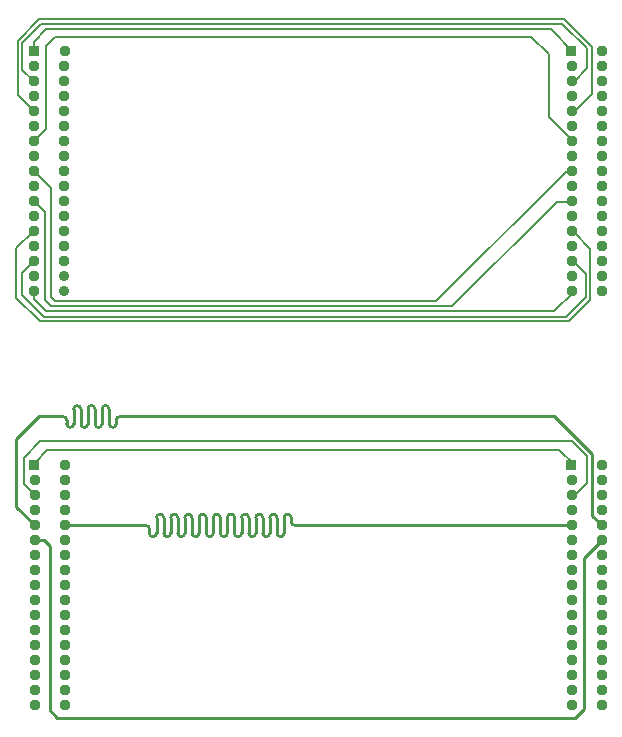
<source format=gbr>
%TF.GenerationSoftware,KiCad,Pcbnew,7.0.7*%
%TF.CreationDate,2023-09-14T17:32:11-04:00*%
%TF.ProjectId,Temps_North_DCT_HSK,54656d70-735f-44e6-9f72-74685f444354,B*%
%TF.SameCoordinates,Original*%
%TF.FileFunction,Copper,L1,Top*%
%TF.FilePolarity,Positive*%
%FSLAX46Y46*%
G04 Gerber Fmt 4.6, Leading zero omitted, Abs format (unit mm)*
G04 Created by KiCad (PCBNEW 7.0.7) date 2023-09-14 17:32:11*
%MOMM*%
%LPD*%
G01*
G04 APERTURE LIST*
%TA.AperFunction,ComponentPad*%
%ADD10R,0.940800X0.940800*%
%TD*%
%TA.AperFunction,ComponentPad*%
%ADD11C,0.940800*%
%TD*%
%TA.AperFunction,ComponentPad*%
%ADD12C,0.890000*%
%TD*%
%TA.AperFunction,Conductor*%
%ADD13C,0.250000*%
%TD*%
%TA.AperFunction,Conductor*%
%ADD14C,0.200000*%
%TD*%
G04 APERTURE END LIST*
D10*
%TO.P,J2,1,Pin_1*%
%TO.N,/TD2_1*%
X104256840Y-89916000D03*
D11*
%TO.P,J2,2,Pin_2*%
%TO.N,/TD2_2*%
X106817160Y-89916000D03*
%TO.P,J2,3,Pin_3*%
%TO.N,unconnected-(J2-Pin_3-Pad3)*%
X104267000Y-91186000D03*
%TO.P,J2,4,Pin_4*%
%TO.N,unconnected-(J2-Pin_4-Pad4)*%
X106807000Y-91186000D03*
%TO.P,J2,5,Pin_5*%
%TO.N,/TD2_5*%
X104267000Y-92456000D03*
%TO.P,J2,6,Pin_6*%
%TO.N,/TD2_6*%
X106807000Y-92456000D03*
%TO.P,J2,7,Pin_7*%
%TO.N,unconnected-(J2-Pin_7-Pad7)*%
X104267000Y-93726000D03*
%TO.P,J2,8,Pin_8*%
%TO.N,unconnected-(J2-Pin_8-Pad8)*%
X106807000Y-93726000D03*
%TO.P,J2,9,Pin_9*%
%TO.N,/TD2_9*%
X104267000Y-94996000D03*
%TO.P,J2,10,Pin_10*%
%TO.N,/TD2_10*%
X106807000Y-94996000D03*
%TO.P,J2,11,Pin_11*%
%TO.N,/TD2_11*%
X104267000Y-96266000D03*
%TO.P,J2,12,Pin_12*%
%TO.N,unconnected-(J2-Pin_12-Pad12)*%
X106807000Y-96266000D03*
%TO.P,J2,13,Pin_13*%
%TO.N,unconnected-(J2-Pin_13-Pad13)*%
X104267000Y-97536000D03*
%TO.P,J2,14,Pin_14*%
%TO.N,unconnected-(J2-Pin_14-Pad14)*%
X106807000Y-97536000D03*
%TO.P,J2,15,Pin_15*%
%TO.N,unconnected-(J2-Pin_15-Pad15)*%
X104267000Y-98806000D03*
%TO.P,J2,16,Pin_16*%
%TO.N,unconnected-(J2-Pin_16-Pad16)*%
X106807000Y-98806000D03*
%TO.P,J2,17,Pin_17*%
%TO.N,unconnected-(J2-Pin_17-Pad17)*%
X104267000Y-100076000D03*
%TO.P,J2,18,Pin_18*%
%TO.N,unconnected-(J2-Pin_18-Pad18)*%
X106807000Y-100076000D03*
%TO.P,J2,19,Pin_19*%
%TO.N,unconnected-(J2-Pin_19-Pad19)*%
X104267000Y-101346000D03*
%TO.P,J2,20,Pin_20*%
%TO.N,unconnected-(J2-Pin_20-Pad20)*%
X106807000Y-101346000D03*
%TO.P,J2,21,Pin_21*%
%TO.N,unconnected-(J2-Pin_21-Pad21)*%
X104267000Y-102616000D03*
%TO.P,J2,22,Pin_22*%
%TO.N,unconnected-(J2-Pin_22-Pad22)*%
X106807000Y-102616000D03*
%TO.P,J2,23,Pin_23*%
%TO.N,unconnected-(J2-Pin_23-Pad23)*%
X104267000Y-103886000D03*
%TO.P,J2,24,Pin_24*%
%TO.N,unconnected-(J2-Pin_24-Pad24)*%
X106807000Y-103886000D03*
%TO.P,J2,25,Pin_25*%
%TO.N,unconnected-(J2-Pin_25-Pad25)*%
X104267000Y-105156000D03*
%TO.P,J2,26,Pin_26*%
%TO.N,unconnected-(J2-Pin_26-Pad26)*%
X106807000Y-105156000D03*
%TO.P,J2,27,Pin_27*%
%TO.N,unconnected-(J2-Pin_27-Pad27)*%
X104267000Y-106426000D03*
%TO.P,J2,28,Pin_28*%
%TO.N,unconnected-(J2-Pin_28-Pad28)*%
X106807000Y-106426000D03*
%TO.P,J2,29,Pin_29*%
%TO.N,unconnected-(J2-Pin_29-Pad29)*%
X104267000Y-107696000D03*
%TO.P,J2,30,Pin_30*%
%TO.N,unconnected-(J2-Pin_30-Pad30)*%
X106807000Y-107696000D03*
%TO.P,J2,31,Pin_31*%
%TO.N,unconnected-(J2-Pin_31-Pad31)*%
X104267000Y-108966000D03*
%TO.P,J2,32,Pin_32*%
%TO.N,unconnected-(J2-Pin_32-Pad32)*%
X106807000Y-108966000D03*
%TO.P,J2,33,Pin_33*%
%TO.N,unconnected-(J2-Pin_33-Pad33)*%
X104267000Y-110236000D03*
%TO.P,J2,34,Pin_34*%
%TO.N,unconnected-(J2-Pin_34-Pad34)*%
X106807000Y-110236000D03*
%TD*%
D10*
%TO.P,J3,1,Pin_1*%
%TO.N,/TD1_1+*%
X149722840Y-54838600D03*
D11*
%TO.P,J3,2,Pin_2*%
%TO.N,/TD1_1-*%
X152283160Y-54838600D03*
%TO.P,J3,3,Pin_3*%
%TO.N,unconnected-(J3-Pin_3-Pad3)*%
X149733000Y-56108600D03*
%TO.P,J3,4,Pin_4*%
%TO.N,unconnected-(J3-Pin_4-Pad4)*%
X152273000Y-56108600D03*
%TO.P,J3,5,Pin_5*%
%TO.N,/TD1_5*%
X149733000Y-57378600D03*
%TO.P,J3,6,Pin_6*%
%TO.N,/TD1_6*%
X152273000Y-57378600D03*
%TO.P,J3,7,Pin_7*%
%TO.N,unconnected-(J3-Pin_7-Pad7)*%
X149733000Y-58648600D03*
%TO.P,J3,8,Pin_8*%
%TO.N,unconnected-(J3-Pin_8-Pad8)*%
X152273000Y-58648600D03*
%TO.P,J3,9,Pin_9*%
%TO.N,/TD1_9*%
X149733000Y-59918600D03*
%TO.P,J3,10,Pin_10*%
%TO.N,/TD1_10*%
X152273000Y-59918600D03*
%TO.P,J3,11,Pin_11*%
%TO.N,unconnected-(J3-Pin_11-Pad11)*%
X149733000Y-61188600D03*
%TO.P,J3,12,Pin_12*%
%TO.N,unconnected-(J3-Pin_12-Pad12)*%
X152273000Y-61188600D03*
%TO.P,J3,13,Pin_13*%
%TO.N,/TD1_13*%
X149733000Y-62458600D03*
%TO.P,J3,14,Pin_14*%
%TO.N,/TD1_14*%
X152273000Y-62458600D03*
%TO.P,J3,15,Pin_15*%
%TO.N,unconnected-(J3-Pin_15-Pad15)*%
X149733000Y-63728600D03*
%TO.P,J3,16,Pin_16*%
%TO.N,unconnected-(J3-Pin_16-Pad16)*%
X152273000Y-63728600D03*
%TO.P,J3,17,Pin_17*%
%TO.N,/TD1_17*%
X149733000Y-64998600D03*
%TO.P,J3,18,Pin_18*%
%TO.N,/TD1_18*%
X152273000Y-64998600D03*
%TO.P,J3,19,Pin_19*%
%TO.N,unconnected-(J3-Pin_19-Pad19)*%
X149733000Y-66268600D03*
%TO.P,J3,20,Pin_20*%
%TO.N,unconnected-(J3-Pin_20-Pad20)*%
X152273000Y-66268600D03*
%TO.P,J3,21,Pin_21*%
%TO.N,/TD1_21*%
X149733000Y-67538600D03*
%TO.P,J3,22,Pin_22*%
%TO.N,/TD1_22*%
X152273000Y-67538600D03*
%TO.P,J3,23,Pin_23*%
%TO.N,unconnected-(J3-Pin_23-Pad23)*%
X149733000Y-68808600D03*
%TO.P,J3,24,Pin_24*%
%TO.N,unconnected-(J3-Pin_24-Pad24)*%
X152273000Y-68808600D03*
%TO.P,J3,25,Pin_25*%
%TO.N,/TD1_25*%
X149733000Y-70078600D03*
%TO.P,J3,26,Pin_26*%
%TO.N,/TD1_26*%
X152273000Y-70078600D03*
%TO.P,J3,27,Pin_27*%
%TO.N,unconnected-(J3-Pin_27-Pad27)*%
X149733000Y-71348600D03*
%TO.P,J3,28,Pin_28*%
%TO.N,unconnected-(J3-Pin_28-Pad28)*%
X152273000Y-71348600D03*
%TO.P,J3,29,Pin_29*%
%TO.N,/TD1_29*%
X149733000Y-72618600D03*
%TO.P,J3,30,Pin_30*%
%TO.N,/TD1_30*%
X152273000Y-72618600D03*
%TO.P,J3,31,Pin_31*%
%TO.N,unconnected-(J3-Pin_31-Pad31)*%
X149733000Y-73888600D03*
%TO.P,J3,32,Pin_32*%
%TO.N,unconnected-(J3-Pin_32-Pad32)*%
X152273000Y-73888600D03*
%TO.P,J3,33,Pin_33*%
%TO.N,/TD1_33*%
X149733000Y-75158600D03*
%TO.P,J3,34,Pin_34*%
%TO.N,/TD1_34*%
X152273000Y-75158600D03*
%TD*%
D10*
%TO.P,J4,1,Pin_1*%
%TO.N,/TD2_1*%
X149722840Y-89916000D03*
D11*
%TO.P,J4,2,Pin_2*%
%TO.N,/TD2_2*%
X152283160Y-89916000D03*
%TO.P,J4,3,Pin_3*%
%TO.N,unconnected-(J4-Pin_3-Pad3)*%
X149733000Y-91186000D03*
%TO.P,J4,4,Pin_4*%
%TO.N,unconnected-(J4-Pin_4-Pad4)*%
X152273000Y-91186000D03*
%TO.P,J4,5,Pin_5*%
%TO.N,/TD2_5*%
X149733000Y-92456000D03*
%TO.P,J4,6,Pin_6*%
%TO.N,/TD2_6*%
X152273000Y-92456000D03*
%TO.P,J4,7,Pin_7*%
%TO.N,unconnected-(J4-Pin_7-Pad7)*%
X149733000Y-93726000D03*
%TO.P,J4,8,Pin_8*%
%TO.N,unconnected-(J4-Pin_8-Pad8)*%
X152273000Y-93726000D03*
%TO.P,J4,9,Pin_9*%
%TO.N,/TD2_10*%
X149733000Y-94996000D03*
%TO.P,J4,10,Pin_10*%
%TO.N,/TD2_9*%
X152273000Y-94996000D03*
%TO.P,J4,11,Pin_11*%
%TO.N,unconnected-(J4-Pin_11-Pad11)*%
X149733000Y-96266000D03*
%TO.P,J4,12,Pin_12*%
%TO.N,/TD2_11*%
X152273000Y-96266000D03*
%TO.P,J4,13,Pin_13*%
%TO.N,unconnected-(J4-Pin_13-Pad13)*%
X149733000Y-97536000D03*
%TO.P,J4,14,Pin_14*%
%TO.N,unconnected-(J4-Pin_14-Pad14)*%
X152273000Y-97536000D03*
%TO.P,J4,15,Pin_15*%
%TO.N,unconnected-(J4-Pin_15-Pad15)*%
X149733000Y-98806000D03*
%TO.P,J4,16,Pin_16*%
%TO.N,unconnected-(J4-Pin_16-Pad16)*%
X152273000Y-98806000D03*
%TO.P,J4,17,Pin_17*%
%TO.N,unconnected-(J4-Pin_17-Pad17)*%
X149733000Y-100076000D03*
%TO.P,J4,18,Pin_18*%
%TO.N,unconnected-(J4-Pin_18-Pad18)*%
X152273000Y-100076000D03*
%TO.P,J4,19,Pin_19*%
%TO.N,unconnected-(J4-Pin_19-Pad19)*%
X149733000Y-101346000D03*
%TO.P,J4,20,Pin_20*%
%TO.N,unconnected-(J4-Pin_20-Pad20)*%
X152273000Y-101346000D03*
%TO.P,J4,21,Pin_21*%
%TO.N,unconnected-(J4-Pin_21-Pad21)*%
X149733000Y-102616000D03*
%TO.P,J4,22,Pin_22*%
%TO.N,unconnected-(J4-Pin_22-Pad22)*%
X152273000Y-102616000D03*
%TO.P,J4,23,Pin_23*%
%TO.N,unconnected-(J4-Pin_23-Pad23)*%
X149733000Y-103886000D03*
%TO.P,J4,24,Pin_24*%
%TO.N,unconnected-(J4-Pin_24-Pad24)*%
X152273000Y-103886000D03*
%TO.P,J4,25,Pin_25*%
%TO.N,unconnected-(J4-Pin_25-Pad25)*%
X149733000Y-105156000D03*
%TO.P,J4,26,Pin_26*%
%TO.N,unconnected-(J4-Pin_26-Pad26)*%
X152273000Y-105156000D03*
%TO.P,J4,27,Pin_27*%
%TO.N,unconnected-(J4-Pin_27-Pad27)*%
X149733000Y-106426000D03*
%TO.P,J4,28,Pin_28*%
%TO.N,unconnected-(J4-Pin_28-Pad28)*%
X152273000Y-106426000D03*
%TO.P,J4,29,Pin_29*%
%TO.N,unconnected-(J4-Pin_29-Pad29)*%
X149733000Y-107696000D03*
%TO.P,J4,30,Pin_30*%
%TO.N,unconnected-(J4-Pin_30-Pad30)*%
X152273000Y-107696000D03*
%TO.P,J4,31,Pin_31*%
%TO.N,unconnected-(J4-Pin_31-Pad31)*%
X149733000Y-108966000D03*
%TO.P,J4,32,Pin_32*%
%TO.N,unconnected-(J4-Pin_32-Pad32)*%
X152273000Y-108966000D03*
%TO.P,J4,33,Pin_33*%
%TO.N,unconnected-(J4-Pin_33-Pad33)*%
X149733000Y-110236000D03*
%TO.P,J4,34,Pin_34*%
%TO.N,unconnected-(J4-Pin_34-Pad34)*%
X152273000Y-110236000D03*
%TD*%
D10*
%TO.P,J1,1,Pin_1*%
%TO.N,/TD1_1+*%
X104241600Y-54838600D03*
D11*
%TO.P,J1,2,Pin_2*%
%TO.N,/TD1_1-*%
X106801920Y-54838600D03*
%TO.P,J1,3,Pin_3*%
%TO.N,unconnected-(J1-Pin_3-Pad3)*%
X104251760Y-56108600D03*
%TO.P,J1,4,Pin_4*%
%TO.N,unconnected-(J1-Pin_4-Pad4)*%
X106791760Y-56108600D03*
%TO.P,J1,5,Pin_5*%
%TO.N,/TD1_5*%
X104251760Y-57378600D03*
%TO.P,J1,6,Pin_6*%
%TO.N,/TD1_6*%
X106791760Y-57378600D03*
%TO.P,J1,7,Pin_7*%
%TO.N,unconnected-(J1-Pin_7-Pad7)*%
X104251760Y-58648600D03*
%TO.P,J1,8,Pin_8*%
%TO.N,unconnected-(J1-Pin_8-Pad8)*%
X106791760Y-58648600D03*
%TO.P,J1,9,Pin_9*%
%TO.N,/TD1_9*%
X104251760Y-59918600D03*
%TO.P,J1,10,Pin_10*%
%TO.N,/TD1_10*%
X106791760Y-59918600D03*
%TO.P,J1,11,Pin_11*%
%TO.N,unconnected-(J1-Pin_11-Pad11)*%
X104251760Y-61188600D03*
%TO.P,J1,12,Pin_12*%
%TO.N,unconnected-(J1-Pin_12-Pad12)*%
X106791760Y-61188600D03*
%TO.P,J1,13,Pin_13*%
%TO.N,/TD1_13*%
X104251760Y-62458600D03*
%TO.P,J1,14,Pin_14*%
%TO.N,/TD1_14*%
X106791760Y-62458600D03*
%TO.P,J1,15,Pin_15*%
%TO.N,unconnected-(J1-Pin_15-Pad15)*%
X104251760Y-63728600D03*
%TO.P,J1,16,Pin_16*%
%TO.N,unconnected-(J1-Pin_16-Pad16)*%
X106791760Y-63728600D03*
%TO.P,J1,17,Pin_17*%
%TO.N,/TD1_17*%
X104251760Y-64998600D03*
%TO.P,J1,18,Pin_18*%
%TO.N,/TD1_18*%
X106791760Y-64998600D03*
%TO.P,J1,19,Pin_19*%
%TO.N,unconnected-(J1-Pin_19-Pad19)*%
X104251760Y-66268600D03*
%TO.P,J1,20,Pin_20*%
%TO.N,unconnected-(J1-Pin_20-Pad20)*%
X106791760Y-66268600D03*
%TO.P,J1,21,Pin_21*%
%TO.N,/TD1_21*%
X104251760Y-67538600D03*
%TO.P,J1,22,Pin_22*%
%TO.N,/TD1_22*%
X106791760Y-67538600D03*
%TO.P,J1,23,Pin_23*%
%TO.N,unconnected-(J1-Pin_23-Pad23)*%
X104251760Y-68808600D03*
%TO.P,J1,24,Pin_24*%
%TO.N,unconnected-(J1-Pin_24-Pad24)*%
X106791760Y-68808600D03*
%TO.P,J1,25,Pin_25*%
%TO.N,/TD1_25*%
X104251760Y-70078600D03*
%TO.P,J1,26,Pin_26*%
%TO.N,/TD1_26*%
X106791760Y-70078600D03*
%TO.P,J1,27,Pin_27*%
%TO.N,unconnected-(J1-Pin_27-Pad27)*%
X104251760Y-71348600D03*
%TO.P,J1,28,Pin_28*%
%TO.N,unconnected-(J1-Pin_28-Pad28)*%
X106791760Y-71348600D03*
%TO.P,J1,29,Pin_29*%
%TO.N,/TD1_29*%
X104251760Y-72618600D03*
%TO.P,J1,30,Pin_30*%
%TO.N,/TD1_30*%
X106791760Y-72618600D03*
%TO.P,J1,31,Pin_31*%
%TO.N,unconnected-(J1-Pin_31-Pad31)*%
X104251760Y-73888600D03*
D12*
%TO.P,J1,32,Pin_32*%
%TO.N,unconnected-(J1-Pin_32-Pad32)*%
X106791760Y-73888600D03*
D11*
%TO.P,J1,33,Pin_33*%
%TO.N,/TD1_33*%
X104251760Y-75158600D03*
D12*
%TO.P,J1,34,Pin_34*%
%TO.N,/TD1_34*%
X106791760Y-75158600D03*
%TD*%
D13*
%TO.N,/TD2_9*%
X109380000Y-85147849D02*
X109380000Y-85775800D01*
X108780000Y-85775800D02*
X108780000Y-85147849D01*
X108780000Y-86403751D02*
X108780000Y-85775800D01*
X108180000Y-85147849D02*
X108180000Y-85775800D01*
X108480000Y-86703800D02*
G75*
G03*
X108780000Y-86403751I0J300000D01*
G01*
X107580000Y-86075800D02*
X107580000Y-85147849D01*
X110880000Y-86703700D02*
G75*
G03*
X111180000Y-86403750I0J300000D01*
G01*
X107580000Y-86403757D02*
X107580000Y-86075800D01*
X106980000Y-86075800D02*
X106980000Y-86403757D01*
X111480000Y-85775800D02*
G75*
G03*
X111180000Y-86075800I0J-300000D01*
G01*
X102717600Y-87680800D02*
X104622600Y-85775800D01*
X108180049Y-86403751D02*
G75*
G03*
X108480000Y-86703751I299951J-49D01*
G01*
X109080000Y-84847800D02*
G75*
G03*
X108780000Y-85147849I0J-300000D01*
G01*
X104267000Y-94996000D02*
X102717600Y-93446600D01*
X106980000Y-86075800D02*
G75*
G03*
X106680000Y-85775800I-300000J0D01*
G01*
X108180000Y-85775800D02*
X108180000Y-86403751D01*
X107280000Y-86703800D02*
G75*
G03*
X107580000Y-86403757I0J300000D01*
G01*
X108179951Y-85147849D02*
G75*
G03*
X107880000Y-84847849I-299951J49D01*
G01*
X110579951Y-85147849D02*
G75*
G03*
X110280000Y-84847849I-299951J49D01*
G01*
X107880000Y-84847800D02*
G75*
G03*
X107580000Y-85147849I0J-300000D01*
G01*
X102717600Y-93446600D02*
X102717600Y-87680800D01*
X109379951Y-85147849D02*
G75*
G03*
X109080000Y-84847849I-299951J49D01*
G01*
X106980043Y-86403757D02*
G75*
G03*
X107280000Y-86703757I299957J-43D01*
G01*
X109379950Y-86403750D02*
G75*
G03*
X109680000Y-86703750I300050J50D01*
G01*
X110579950Y-86403750D02*
G75*
G03*
X110880000Y-86703750I300050J50D01*
G01*
X109680000Y-86703700D02*
G75*
G03*
X109980000Y-86403750I0J300000D01*
G01*
X109380000Y-85775800D02*
X109380000Y-86403750D01*
X104622600Y-85775800D02*
X106680000Y-85775800D01*
X110280000Y-84847800D02*
G75*
G03*
X109980000Y-85147849I0J-300000D01*
G01*
X109980000Y-86403750D02*
X109980000Y-85775800D01*
X109980000Y-85775800D02*
X109980000Y-85147849D01*
X151455280Y-88973480D02*
X151455280Y-94178280D01*
X110580000Y-85147849D02*
X110580000Y-85775800D01*
X110580000Y-85775800D02*
X110580000Y-86403750D01*
X111180000Y-86403750D02*
X111180000Y-86075800D01*
X111480000Y-85775800D02*
X115542518Y-85775800D01*
X115542518Y-85775800D02*
X148257600Y-85775800D01*
X148257600Y-85775800D02*
X151455280Y-88973480D01*
X151455280Y-94178280D02*
X152273000Y-94996000D01*
%TO.N,/TD2_10*%
X118790400Y-94331445D02*
X118790400Y-94996000D01*
X117590400Y-94331433D02*
X117590400Y-94996000D01*
X116990400Y-95660567D02*
X116990400Y-94996000D01*
X116390400Y-94996000D02*
X116390400Y-95660567D01*
X113990400Y-95296000D02*
X113990400Y-95660567D01*
X121190355Y-94331445D02*
G75*
G03*
X120890400Y-94031445I-299955J45D01*
G01*
X116390400Y-94331433D02*
X116390400Y-94996000D01*
X125690400Y-94031500D02*
G75*
G03*
X125390400Y-94331450I0J-300000D01*
G01*
X115790400Y-94996000D02*
X115790400Y-94331433D01*
X119690400Y-94031400D02*
G75*
G03*
X119390400Y-94331445I0J-300000D01*
G01*
X115190400Y-94331433D02*
X115190400Y-94996000D01*
X114590400Y-95660567D02*
X114590400Y-95296000D01*
X106807000Y-94996000D02*
X113690400Y-94996000D01*
X125990400Y-94696000D02*
G75*
G03*
X126290400Y-94996000I300000J0D01*
G01*
X125990450Y-94331450D02*
G75*
G03*
X125690400Y-94031450I-300050J-50D01*
G01*
X124790445Y-95660555D02*
G75*
G03*
X125090400Y-95960555I299955J-45D01*
G01*
X114290400Y-95960600D02*
G75*
G03*
X114590400Y-95660567I0J300000D01*
G01*
X116390433Y-95660567D02*
G75*
G03*
X116690400Y-95960567I299967J-33D01*
G01*
X121790400Y-95660555D02*
X121790400Y-94996000D01*
X124790355Y-94331445D02*
G75*
G03*
X124490400Y-94031445I-299955J45D01*
G01*
X123590400Y-94331445D02*
X123590400Y-94996000D01*
X123290400Y-94031400D02*
G75*
G03*
X122990400Y-94331445I0J-300000D01*
G01*
X122690400Y-95960600D02*
G75*
G03*
X122990400Y-95660555I0J300000D01*
G01*
X122390445Y-95660555D02*
G75*
G03*
X122690400Y-95960555I299955J-45D01*
G01*
X116990400Y-94996000D02*
X116990400Y-94331433D01*
X117290400Y-94031400D02*
G75*
G03*
X116990400Y-94331433I0J-300000D01*
G01*
X116390367Y-94331433D02*
G75*
G03*
X116090400Y-94031433I-299967J33D01*
G01*
X115790400Y-95660567D02*
X115790400Y-94996000D01*
X115490400Y-95960600D02*
G75*
G03*
X115790400Y-95660567I0J300000D01*
G01*
X117590400Y-94996000D02*
X117590400Y-95660567D01*
X119090400Y-95960600D02*
G75*
G03*
X119390400Y-95660555I0J300000D01*
G01*
X125090400Y-95960600D02*
G75*
G03*
X125390400Y-95660555I0J300000D01*
G01*
X118190400Y-95660567D02*
X118190400Y-94996000D01*
X114890400Y-94031400D02*
G75*
G03*
X114590400Y-94331433I0J-300000D01*
G01*
X124790400Y-94331445D02*
X124790400Y-94996000D01*
X115190433Y-95660567D02*
G75*
G03*
X115490400Y-95960567I299967J-33D01*
G01*
X122390355Y-94331445D02*
G75*
G03*
X122090400Y-94031445I-299955J45D01*
G01*
X120590400Y-94996000D02*
X120590400Y-94331445D01*
X113990433Y-95660567D02*
G75*
G03*
X114290400Y-95960567I299967J-33D01*
G01*
X116690400Y-95960600D02*
G75*
G03*
X116990400Y-95660567I0J300000D01*
G01*
X118790355Y-94331445D02*
G75*
G03*
X118490400Y-94031445I-299955J45D01*
G01*
X116090400Y-94031400D02*
G75*
G03*
X115790400Y-94331433I0J-300000D01*
G01*
X120290400Y-95960600D02*
G75*
G03*
X120590400Y-95660555I0J300000D01*
G01*
X121790400Y-94996000D02*
X121790400Y-94331445D01*
X113990400Y-95296000D02*
G75*
G03*
X113690400Y-94996000I-300000J0D01*
G01*
X123590445Y-95660555D02*
G75*
G03*
X123890400Y-95960555I299955J-45D01*
G01*
X117590367Y-94331433D02*
G75*
G03*
X117290400Y-94031433I-299967J33D01*
G01*
X118490400Y-94031400D02*
G75*
G03*
X118190400Y-94331445I0J-300000D01*
G01*
X119990445Y-95660555D02*
G75*
G03*
X120290400Y-95960555I299955J-45D01*
G01*
X125390400Y-94996000D02*
X125390400Y-94331450D01*
X123590355Y-94331445D02*
G75*
G03*
X123290400Y-94031445I-299955J45D01*
G01*
X121190445Y-95660555D02*
G75*
G03*
X121490400Y-95960555I299955J-45D01*
G01*
X118790445Y-95660555D02*
G75*
G03*
X119090400Y-95960555I299955J-45D01*
G01*
X115190400Y-94996000D02*
X115190400Y-95660567D01*
X117590433Y-95660567D02*
G75*
G03*
X117890400Y-95960567I299967J-33D01*
G01*
X119390400Y-94996000D02*
X119390400Y-94331445D01*
X124490400Y-94031400D02*
G75*
G03*
X124190400Y-94331445I0J-300000D01*
G01*
X117890400Y-95960600D02*
G75*
G03*
X118190400Y-95660567I0J300000D01*
G01*
X119990355Y-94331445D02*
G75*
G03*
X119690400Y-94031445I-299955J45D01*
G01*
X118190400Y-94996000D02*
X118190400Y-94331445D01*
X120890400Y-94031400D02*
G75*
G03*
X120590400Y-94331445I0J-300000D01*
G01*
X114590400Y-95296000D02*
X114590400Y-94331433D01*
X122990400Y-94996000D02*
X122990400Y-94331445D01*
X123890400Y-95960600D02*
G75*
G03*
X124190400Y-95660555I0J300000D01*
G01*
X115190367Y-94331433D02*
G75*
G03*
X114890400Y-94031433I-299967J33D01*
G01*
X122090400Y-94031400D02*
G75*
G03*
X121790400Y-94331445I0J-300000D01*
G01*
X121490400Y-95960600D02*
G75*
G03*
X121790400Y-95660555I0J300000D01*
G01*
X118790400Y-94996000D02*
X118790400Y-95660555D01*
X119390400Y-95660555D02*
X119390400Y-94996000D01*
X119990400Y-94331445D02*
X119990400Y-94996000D01*
X119990400Y-94996000D02*
X119990400Y-95660555D01*
X120590400Y-95660555D02*
X120590400Y-94996000D01*
X121190400Y-94331445D02*
X121190400Y-94996000D01*
X121190400Y-94996000D02*
X121190400Y-95660555D01*
X122390400Y-94331445D02*
X122390400Y-94996000D01*
X122390400Y-94996000D02*
X122390400Y-95660555D01*
X122990400Y-95660555D02*
X122990400Y-94996000D01*
X123590400Y-94996000D02*
X123590400Y-95660555D01*
X124190400Y-95660555D02*
X124190400Y-94996000D01*
X124190400Y-94996000D02*
X124190400Y-94331445D01*
X124790400Y-94996000D02*
X124790400Y-95660555D01*
X125390400Y-95660555D02*
X125390400Y-94996000D01*
X125990400Y-94331450D02*
X125990400Y-94696000D01*
X126290400Y-94996000D02*
X131519559Y-94996000D01*
X131519559Y-94996000D02*
X149733000Y-94996000D01*
%TO.N,/TD2_11*%
X104267000Y-96266000D02*
X105054400Y-96266000D01*
X105054400Y-96266000D02*
X105537000Y-96748600D01*
X105537000Y-96748600D02*
X105537000Y-110642400D01*
X105537000Y-110642400D02*
X106197400Y-111302800D01*
X106197400Y-111302800D02*
X150037800Y-111302800D01*
X150037800Y-111302800D02*
X150799800Y-110540800D01*
X150799800Y-110540800D02*
X150799800Y-97739200D01*
X150799800Y-97739200D02*
X152273000Y-96266000D01*
D14*
%TO.N,/TD1_5*%
X103230000Y-56400800D02*
X103230000Y-54119400D01*
X148931400Y-52520800D02*
X151030000Y-54619400D01*
X103230000Y-54119400D02*
X104828600Y-52520800D01*
X104202600Y-57373400D02*
X103230000Y-56400800D01*
X104828600Y-52520800D02*
X148931400Y-52520800D01*
X151030000Y-56291400D02*
X149897200Y-57424200D01*
X151030000Y-54619400D02*
X151030000Y-56291400D01*
%TO.N,/TD1_9*%
X151430000Y-58431400D02*
X149897200Y-59964200D01*
X104662914Y-52120800D02*
X149097085Y-52120800D01*
X102830000Y-58540800D02*
X102830000Y-53953714D01*
X151430000Y-54453715D02*
X151430000Y-58431400D01*
X102830000Y-53953714D02*
X104662914Y-52120800D01*
X149097085Y-52120800D02*
X151430000Y-54453715D01*
X104202600Y-59913400D02*
X102830000Y-58540800D01*
%TO.N,/TD1_13*%
X106030000Y-53619400D02*
X146330000Y-53619400D01*
X105230000Y-54419400D02*
X106030000Y-53619400D01*
X146330000Y-53619400D02*
X147830000Y-55119400D01*
X104202600Y-62453400D02*
X105230000Y-61426000D01*
X147830000Y-60437000D02*
X149897200Y-62504200D01*
X105230000Y-61426000D02*
X105230000Y-54419400D01*
X147830000Y-55119400D02*
X147830000Y-60437000D01*
%TO.N,/TD1_17*%
X149255600Y-65044200D02*
X149897200Y-65044200D01*
X105630000Y-75619400D02*
X106030000Y-76019400D01*
X104202600Y-64993400D02*
X105630000Y-66420800D01*
X106030000Y-76019400D02*
X138280400Y-76019400D01*
X138280400Y-76019400D02*
X149255600Y-65044200D01*
X105630000Y-66420800D02*
X105630000Y-75619400D01*
%TO.N,/TD1_21*%
X105130000Y-68460800D02*
X105130000Y-75919400D01*
X105130000Y-75919400D02*
X105630000Y-76419400D01*
X139630000Y-76419400D02*
X148465200Y-67584200D01*
X105630000Y-76419400D02*
X139630000Y-76419400D01*
X104202600Y-67533400D02*
X105130000Y-68460800D01*
X148465200Y-67584200D02*
X149897200Y-67584200D01*
%TO.N,/TD1_25*%
X151333200Y-71560200D02*
X149897200Y-70124200D01*
X104730000Y-77719400D02*
X149530000Y-77719400D01*
X149530000Y-77719400D02*
X151333200Y-75916200D01*
X102730000Y-75719400D02*
X104730000Y-77719400D01*
X151333200Y-75916200D02*
X151333200Y-71560200D01*
X104202600Y-70073400D02*
X102730000Y-71546000D01*
X102730000Y-71546000D02*
X102730000Y-75719400D01*
%TO.N,/TD1_29*%
X105030000Y-77319400D02*
X149230000Y-77319400D01*
X149230000Y-77319400D02*
X150930000Y-75619400D01*
X104202600Y-72613400D02*
X103230000Y-73586000D01*
X103230000Y-73586000D02*
X103230000Y-75519400D01*
X150930000Y-75619400D02*
X150930000Y-73697000D01*
X150930000Y-73697000D02*
X149897200Y-72664200D01*
X103230000Y-75519400D02*
X105030000Y-77319400D01*
%TO.N,/TD1_33*%
X105230000Y-76819400D02*
X148282000Y-76819400D01*
X104202600Y-75153400D02*
X104202600Y-75792000D01*
X148282000Y-76819400D02*
X149897200Y-75204200D01*
X104202600Y-75792000D02*
X105230000Y-76819400D01*
%TO.N,/TD2_1*%
X105359200Y-88620600D02*
X148683800Y-88620600D01*
X148683800Y-88620600D02*
X149982720Y-89919520D01*
X149982720Y-89919520D02*
X149853283Y-90048957D01*
X104267320Y-89712480D02*
X105359200Y-88620600D01*
X104267320Y-89919520D02*
X104267320Y-89712480D01*
%TO.N,/TD2_5*%
X117173086Y-87888837D02*
X117330264Y-87884758D01*
X151030280Y-91422120D02*
X149992880Y-92459520D01*
X151030280Y-89149520D02*
X151030280Y-91422120D01*
X104693963Y-87888837D02*
X117173086Y-87888837D01*
X117330264Y-87884758D02*
X149765518Y-87884758D01*
X104277480Y-92459520D02*
X103330280Y-91512320D01*
X103330280Y-91512320D02*
X103330280Y-89252520D01*
X149765518Y-87884758D02*
X151030280Y-89149520D01*
X103330280Y-89252520D02*
X104693963Y-87888837D01*
%TO.N,/TD1_1+*%
X104192440Y-54833400D02*
X104192440Y-54056960D01*
X104192440Y-54056960D02*
X105239600Y-53009800D01*
X148012640Y-53009800D02*
X149887040Y-54884200D01*
X105239600Y-53009800D02*
X148012640Y-53009800D01*
%TD*%
M02*

</source>
